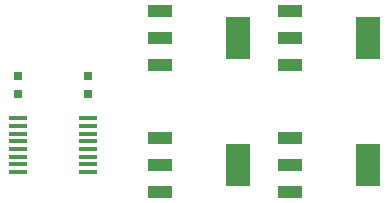
<source format=gbr>
G04 #@! TF.FileFunction,Paste,Bot*
%FSLAX46Y46*%
G04 Gerber Fmt 4.6, Leading zero omitted, Abs format (unit mm)*
G04 Created by KiCad (PCBNEW 4.0.6-e0-6349~53~ubuntu14.04.1) date Mon Mar 27 23:58:06 2017*
%MOMM*%
%LPD*%
G01*
G04 APERTURE LIST*
%ADD10C,0.100000*%
%ADD11R,2.032000X3.657600*%
%ADD12R,2.032000X1.016000*%
%ADD13R,0.750000X0.800000*%
%ADD14R,1.500000X0.450000*%
G04 APERTURE END LIST*
D10*
D11*
X158702000Y-85200000D03*
D12*
X152098000Y-85200000D03*
X152098000Y-82914000D03*
X152098000Y-87486000D03*
D11*
X147702000Y-85200000D03*
D12*
X141098000Y-85200000D03*
X141098000Y-82914000D03*
X141098000Y-87486000D03*
D11*
X147702000Y-74400000D03*
D12*
X141098000Y-74400000D03*
X141098000Y-72114000D03*
X141098000Y-76686000D03*
D11*
X158702000Y-74400000D03*
D12*
X152098000Y-74400000D03*
X152098000Y-72114000D03*
X152098000Y-76686000D03*
D13*
X135000000Y-79150000D03*
X135000000Y-77650000D03*
X129000000Y-79150000D03*
X129000000Y-77650000D03*
D14*
X134950000Y-81225000D03*
X134950000Y-81875000D03*
X134950000Y-82525000D03*
X134950000Y-83175000D03*
X134950000Y-83825000D03*
X134950000Y-84475000D03*
X134950000Y-85125000D03*
X134950000Y-85775000D03*
X129050000Y-85775000D03*
X129050000Y-85125000D03*
X129050000Y-84475000D03*
X129050000Y-83825000D03*
X129050000Y-83175000D03*
X129050000Y-82525000D03*
X129050000Y-81875000D03*
X129050000Y-81225000D03*
M02*

</source>
